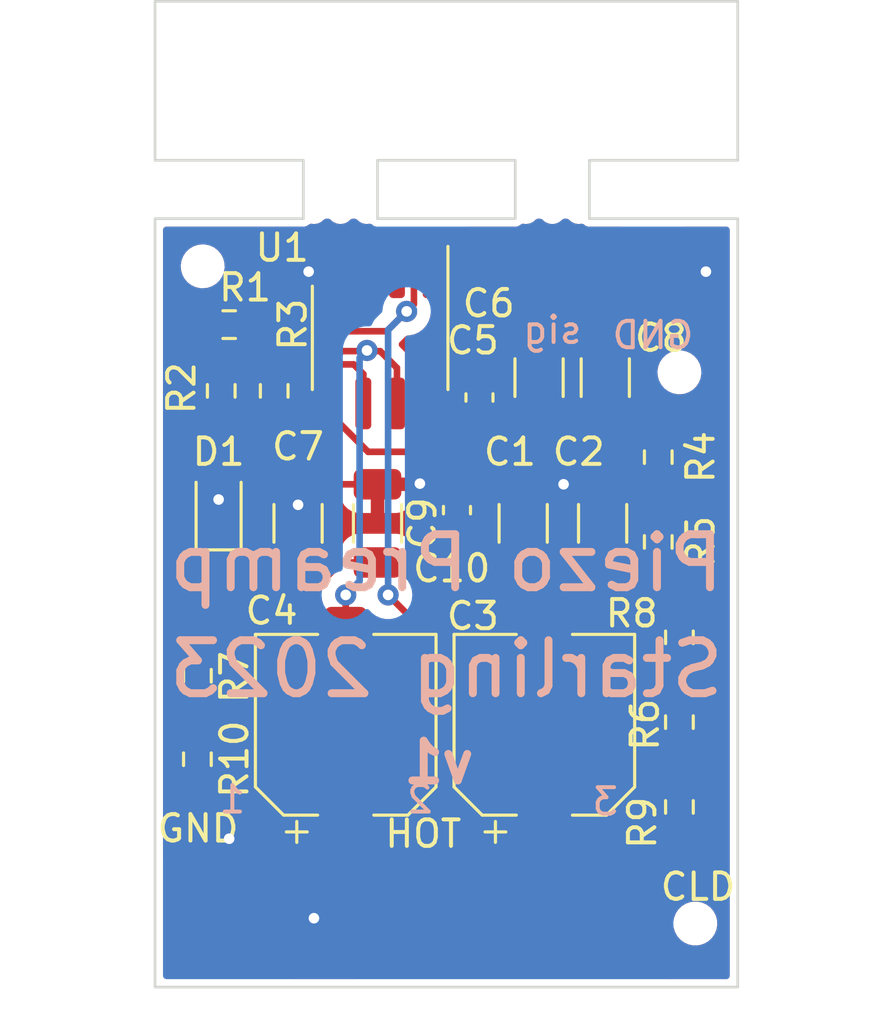
<source format=kicad_pcb>
(kicad_pcb (version 20221018) (generator pcbnew)
  (layers (0 "F.Cu" signal) (31 "B.Cu" signal) (34 "B.Paste" user) (35 "F.Paste" user) (36 "B.SilkS" user "B.Silkscreen") (37 "F.SilkS" user "F.Silkscreen") (38 "B.Mask" user) (39 "F.Mask" user) (44 "Edge.Cuts" user))
  (net 0 "")
  (net 1 "XLR1")
  (net 2 "Net-(C3-Pad1)")
  (net 3 "Net-(C3-Pad2)")
  (net 4 "Net-(C4-Pad1)")
  (net 5 "Net-(C4-Pad2)")
  (net 6 "VCC_1")
  (net 7 "SIG")
  (net 8 "Net-(R2-Pad2)")
  (net 9 "XLR2")
  (net 10 "GND")
  (net 11 "Net-(C1-Pad1)")
  (net 12 "VCC2")
  (footprint "Capacitor_SMD:CP_Elec_6.3x3.9" (layer "F.Cu") (at 126.2 119.1 90)
    (fp_text reference "C4" (at 4.3 -2.8 180) (layer "F.SilkS"))
    (fp_text value "22uF")
    (fp_line (start -4.4375 -1.8475) (end -3.65 -1.8475) (stroke (width 0.12)) (layer "F.SilkS"))
    (fp_line (start -4.04375 -2.24125) (end -4.04375 -1.45375) (stroke (width 0.12)) (layer "F.SilkS"))
    (fp_line (start -3.41 -2.345563) (end -3.41 -1.06) (stroke (width 0.12)) (layer "F.SilkS"))
    (fp_line (start -3.41 -2.345563) (end -2.345563 -3.41) (stroke (width 0.12)) (layer "F.SilkS"))
    (fp_line (start -3.41 2.345563) (end -3.41 1.06) (stroke (width 0.12)) (layer "F.SilkS"))
    (fp_line (start -3.41 2.345563) (end -2.345563 3.41) (stroke (width 0.12)) (layer "F.SilkS"))
    (fp_line (start -2.345563 -3.41) (end 3.41 -3.41) (stroke (width 0.12)) (layer "F.SilkS"))
    (fp_line (start -2.345563 3.41) (end 3.41 3.41) (stroke (width 0.12)) (layer "F.SilkS"))
    (fp_line (start 3.41 -3.41) (end 3.41 -1.06) (stroke (width 0.12)) (layer "F.SilkS"))
    (fp_line (start 3.41 3.41) (end 3.41 1.06) (stroke (width 0.12)) (layer "F.SilkS"))
    (pad "1" smd roundrect (at -2.7 0 90) (size 3.5 1.6) (layers "F.Cu" "F.Paste" "F.Mask") (roundrect_rratio 0.15625) (net 4 "Net-(C4-Pad1)"))
    (pad "2" smd roundrect (at 2.7 0 90) (size 3.5 1.6) (layers "F.Cu" "F.Paste" "F.Mask") (roundrect_rratio 0.15625) (net 5 "Net-(C4-Pad2)"))
  )
  (footprint "Connector_Wire:SolderWire-1.5sqmm_1x01_D1.7mm_OD3.9mm" (layer "F.Cu") (at 121.8 126.4)
    (fp_text reference "J3" hide)
    (fp_text value "Conn_01x01_Female")
    (pad "1" smd roundrect (at 0 0) (size 3.9 3.9) (layers "F.Cu" "F.Paste" "F.Mask") (roundrect_rratio 0.064103) (net 10 "GND"))
  )
  (footprint "tooling_hole:JLC_tooling" (layer "F.Cu") (at 120.8 101.8)
    (fp_text reference "REF**" hide)
    (fp_text value "JLC_tooling")
    (pad "" np_thru_hole circle (at 0 0) (size 1.152 1.152) (drill 1.152) (layers "F&B.Cu" "*.Mask"))
  )
  (footprint "Diode_SMD:D_SOD-323F" (layer "F.Cu") (at 121.40048 111 90)
    (fp_text reference "D1" (at 2.2 -0.00048 180) (layer "F.SilkS"))
    (fp_text value "12V")
    (fp_line (start -1.5 -0.85) (end -1.5 0.85) (stroke (width 0.12)) (layer "F.SilkS"))
    (fp_line (start -1.5 -0.85) (end 1.05 -0.85) (stroke (width 0.12)) (layer "F.SilkS"))
    (fp_line (start -1.5 0.85) (end 1.05 0.85) (stroke (width 0.12)) (layer "F.SilkS"))
    (pad "1" smd rect (at -1.1 0 90) (size 0.5 0.5) (layers "F.Cu" "F.Paste" "F.Mask") (net 6 "VCC_1"))
    (pad "2" smd rect (at 1.1 0 90) (size 0.5 0.5) (layers "F.Cu" "F.Paste" "F.Mask") (net 10 "GND"))
  )
  (footprint "Resistor_SMD:R_0603_1608Metric" (layer "F.Cu") (at 138.8 115.8 90)
    (fp_text reference "R8" (at 0.9 -1.8) (layer "F.SilkS"))
    (fp_text value "200")
    (fp_line (start -0.237258 -0.5225) (end 0.237258 -0.5225) (stroke (width 0.12)) (layer "F.SilkS"))
    (fp_line (start -0.237258 0.5225) (end 0.237258 0.5225) (stroke (width 0.12)) (layer "F.SilkS"))
    (pad "1" smd roundrect (at -0.825 0 90) (size 0.8 0.95) (layers "F.Cu" "F.Paste" "F.Mask") (net 6 "VCC_1"))
    (pad "2" smd roundrect (at 0.825 0 90) (size 0.8 0.95) (layers "F.Cu" "F.Paste" "F.Mask") (net 12 "VCC2"))
  )
  (footprint "Capacitor_SMD:C_1206_3216Metric" (layer "F.Cu") (at 124.40048 111.5 90)
    (fp_text reference "C7" (at 2.9 -0.00048 180) (layer "F.SilkS"))
    (fp_text value "10uF")
    (fp_line (start -0.711252 -0.91) (end 0.711252 -0.91) (stroke (width 0.12)) (layer "F.SilkS"))
    (fp_line (start -0.711252 0.91) (end 0.711252 0.91) (stroke (width 0.12)) (layer "F.SilkS"))
    (pad "1" smd roundrect (at -1.475 0 90) (size 1.15 1.8) (layers "F.Cu" "F.Paste" "F.Mask") (roundrect_rratio 0.217391) (net 6 "VCC_1"))
    (pad "2" smd roundrect (at 1.475 0 90) (size 1.15 1.8) (layers "F.Cu" "F.Paste" "F.Mask") (roundrect_rratio 0.217391) (net 10 "GND"))
  )
  (footprint "Connector_Wire:SolderWire-0.5sqmm_1x01_D0.9mm_OD2.1mm" (layer "F.Cu") (at 137.8 102)
    (fp_text reference "J6" hide)
    (fp_text value "Conn_01x01_Female")
    (pad "1" smd roundrect (at 0 0) (size 2.1 2.1) (layers "F.Cu" "F.Paste" "F.Mask") (roundrect_rratio 0.119048) (net 10 "GND"))
  )
  (footprint "Resistor_SMD:R_0603_1608Metric" (layer "F.Cu") (at 120.6 120.4 -90)
    (fp_text reference "R10" (at 0 -1.4 -90) (layer "F.SilkS"))
    (fp_text value "47")
    (fp_line (start -0.237258 -0.5225) (end 0.237258 -0.5225) (stroke (width 0.12)) (layer "F.SilkS"))
    (fp_line (start -0.237258 0.5225) (end 0.237258 0.5225) (stroke (width 0.12)) (layer "F.SilkS"))
    (pad "1" smd roundrect (at -0.825 0 270) (size 0.8 0.95) (layers "F.Cu" "F.Paste" "F.Mask") (net 4 "Net-(C4-Pad1)"))
    (pad "2" smd roundrect (at 0.825 0 270) (size 0.8 0.95) (layers "F.Cu" "F.Paste" "F.Mask") (net 9 "XLR2"))
  )
  (footprint "MountingHole:MountingHole_2.1mm" (layer "F.Cu") (at 138.69986 94.4)
    (fp_text reference "REF**" hide)
    (fp_text value "MountingHole_2.1mm")
    (pad "" np_thru_hole circle (at 0 0) (size 2.1 2.1) (drill 2.1) (layers "F&B.Cu" "*.Mask"))
  )
  (footprint "Resistor_SMD:R_0603_1608Metric" (layer "F.Cu") (at 138.8 122.2 -90)
    (fp_text reference "R9" (at 0.6 1.4 90) (layer "F.SilkS"))
    (fp_text value "47")
    (fp_line (start -0.237258 -0.5225) (end 0.237258 -0.5225) (stroke (width 0.12)) (layer "F.SilkS"))
    (fp_line (start -0.237258 0.5225) (end 0.237258 0.5225) (stroke (width 0.12)) (layer "F.SilkS"))
    (pad "1" smd roundrect (at -0.825 0 270) (size 0.8 0.95) (layers "F.Cu" "F.Paste" "F.Mask") (net 2 "Net-(C3-Pad1)"))
    (pad "2" smd roundrect (at 0.825 0 270) (size 0.8 0.95) (layers "F.Cu" "F.Paste" "F.Mask") (net 1 "XLR1"))
  )
  (footprint "Capacitor_SMD:C_0603_1608Metric" (layer "F.Cu") (at 131.25 106.75 90)
    (fp_text reference "C5" (at 2.15 -0.25 180) (layer "F.SilkS"))
    (fp_text value "0.1uF")
    (fp_line (start -0.14058 -0.51) (end 0.14058 -0.51) (stroke (width 0.12)) (layer "F.SilkS"))
    (fp_line (start -0.14058 0.51) (end 0.14058 0.51) (stroke (width 0.12)) (layer "F.SilkS"))
    (pad "1" smd roundrect (at -0.775 0 90) (size 0.9 0.95) (layers "F.Cu" "F.Paste" "F.Mask") (net 12 "VCC2"))
    (pad "2" smd roundrect (at 0.775 0 90) (size 0.9 0.95) (layers "F.Cu" "F.Paste" "F.Mask") (net 10 "GND"))
  )
  (footprint "Resistor_SMD:R_0603_1608Metric" (layer "F.Cu") (at 138.8 119 -90)
    (fp_text reference "R6" (at 0.1 1.3 90) (layer "F.SilkS"))
    (fp_text value "2.2k")
    (fp_line (start -0.237258 -0.5225) (end 0.237258 -0.5225) (stroke (width 0.12)) (layer "F.SilkS"))
    (fp_line (start -0.237258 0.5225) (end 0.237258 0.5225) (stroke (width 0.12)) (layer "F.SilkS"))
    (pad "1" smd roundrect (at -0.825 0 270) (size 0.8 0.95) (layers "F.Cu" "F.Paste" "F.Mask") (net 6 "VCC_1"))
    (pad "2" smd roundrect (at 0.825 0 270) (size 0.8 0.95) (layers "F.Cu" "F.Paste" "F.Mask") (net 2 "Net-(C3-Pad1)"))
  )
  (footprint "Resistor_SMD:R_0603_1608Metric" (layer "F.Cu") (at 123.5 106.5 90)
    (fp_text reference "R3" (at 2.5 0.7 270) (layer "F.SilkS"))
    (fp_text value "2.2k")
    (fp_line (start -0.237258 -0.5225) (end 0.237258 -0.5225) (stroke (width 0.12)) (layer "F.SilkS"))
    (fp_line (start -0.237258 0.5225) (end 0.237258 0.5225) (stroke (width 0.12)) (layer "F.SilkS"))
    (pad "1" smd roundrect (at -0.825 0 90) (size 0.8 0.95) (layers "F.Cu" "F.Paste" "F.Mask") (net 8 "Net-(R2-Pad2)"))
    (pad "2" smd roundrect (at 0.825 0 90) (size 0.8 0.95) (layers "F.Cu" "F.Paste" "F.Mask") (net 5 "Net-(C4-Pad2)"))
  )
  (footprint "Connector_Wire:SolderWire-1.5sqmm_1x01_D1.7mm_OD3.9mm" (layer "F.Cu") (at 135.9 126.4)
    (fp_text reference "J1" hide)
    (fp_text value "Conn_01x01_Female")
    (pad "1" smd roundrect (at 0 0) (size 3.9 3.9) (layers "F.Cu" "F.Paste" "F.Mask") (roundrect_rratio 0.064103) (net 1 "XLR1"))
  )
  (footprint "Connector_Wire:SolderWire-0.5sqmm_1x01_D0.9mm_OD2.1mm" (layer "F.Cu") (at 134 102)
    (fp_text reference "J7" hide)
    (fp_text value "Conn_01x01_Female")
    (pad "1" smd roundrect (at 0 0) (size 2.1 2.1) (layers "F.Cu" "F.Paste" "F.Mask") (roundrect_rratio 0.119048) (net 7 "SIG"))
  )
  (footprint "Capacitor_SMD:C_0603_1608Metric" (layer "F.Cu") (at 130.40048 111 90)
    (fp_text reference "C10" (at -2.2 -0.20048 180) (layer "F.SilkS"))
    (fp_text value "0.1uF")
    (fp_line (start -0.14058 -0.51) (end 0.14058 -0.51) (stroke (width 0.12)) (layer "F.SilkS"))
    (fp_line (start -0.14058 0.51) (end 0.14058 0.51) (stroke (width 0.12)) (layer "F.SilkS"))
    (pad "1" smd roundrect (at -0.775 0 90) (size 0.9 0.95) (layers "F.Cu" "F.Paste" "F.Mask") (net 6 "VCC_1"))
    (pad "2" smd roundrect (at 0.775 0 90) (size 0.9 0.95) (layers "F.Cu" "F.Paste" "F.Mask") (net 10 "GND"))
  )
  (footprint "pkl_mechanical:OSHTab-2mm" (layer "F.Cu") (at 126 98.8)
    (fp_text reference "REF**" hide)
    (fp_text value "OSHTab-2mm")
    (pad "" np_thru_hole circle (at -1 -0.9) (size 0.5 0.5) (drill 0.5) (layers "*.Cu"))
    (pad "" np_thru_hole circle (at -1 0.9) (size 0.5 0.5) (drill 0.5) (layers "*.Cu"))
    (pad "" np_thru_hole circle (at 0 -0.9) (size 0.5 0.5) (drill 0.5) (layers "*.Cu"))
    (pad "" np_thru_hole circle (at 0 0.9) (size 0.5 0.5) (drill 0.5) (layers "*.Cu"))
    (pad "" np_thru_hole circle (at 1 -0.9) (size 0.5 0.5) (drill 0.5) (layers "*.Cu"))
    (pad "" np_thru_hole circle (at 1 0.9) (size 0.5 0.5) (drill 0.5) (layers "*.Cu"))
  )
  (footprint "tooling_hole:JLC_tooling" (layer "F.Cu") (at 139.4 126.6)
    (fp_text reference "REF**" hide)
    (fp_text value "JLC_tooling")
    (pad "" np_thru_hole circle (at 0 0) (size 1.152 1.152) (drill 1.152) (layers "F&B.Cu" "*.Mask"))
  )
  (footprint "Resistor_SMD:R_0603_1608Metric" (layer "F.Cu") (at 138.00048 109 -90)
    (fp_text reference "R4" (at 0 -1.59952 -90) (layer "F.SilkS"))
    (fp_text value "47K")
    (fp_line (start -0.237258 -0.5225) (end 0.237258 -0.5225) (stroke (width 0.12)) (layer "F.SilkS"))
    (fp_line (start -0.237258 0.5225) (end 0.237258 0.5225) (stroke (width 0.12)) (layer "F.SilkS"))
    (pad "1" smd roundrect (at -0.825 0 270) (size 0.8 0.95) (layers "F.Cu" "F.Paste" "F.Mask") (net 12 "VCC2"))
    (pad "2" smd roundrect (at 0.825 0 270) (size 0.8 0.95) (layers "F.Cu" "F.Paste" "F.Mask") (net 11 "Net-(C1-Pad1)"))
  )
  (footprint "Capacitor_SMD:CP_Elec_6.3x3.9" (layer "F.Cu") (at 133.7 119.1 90)
    (fp_text reference "C3" (at 4.1 -2.7 180) (layer "F.SilkS"))
    (fp_text value "22uF")
    (fp_line (start -4.4375 -1.8475) (end -3.65 -1.8475) (stroke (width 0.12)) (layer "F.SilkS"))
    (fp_line (start -4.04375 -2.24125) (end -4.04375 -1.45375) (stroke (width 0.12)) (layer "F.SilkS"))
    (fp_line (start -3.41 -2.345563) (end -3.41 -1.06) (stroke (width 0.12)) (layer "F.SilkS"))
    (fp_line (start -3.41 -2.345563) (end -2.345563 -3.41) (stroke (width 0.12)) (layer "F.SilkS"))
    (fp_line (start -3.41 2.345563) (end -3.41 1.06) (stroke (width 0.12)) (layer "F.SilkS"))
    (fp_line (start -3.41 2.345563) (end -2.345563 3.41) (stroke (width 0.12)) (layer "F.SilkS"))
    (fp_line (start -2.345563 -3.41) (end 3.41 -3.41) (stroke (width 0.12)) (layer "F.SilkS"))
    (fp_line (start -2.345563 3.41) (end 3.41 3.41) (stroke (width 0.12)) (layer "F.SilkS"))
    (fp_line (start 3.41 -3.41) (end 3.41 -1.06) (stroke (width 0.12)) (layer "F.SilkS"))
    (fp_line (start 3.41 3.41) (end 3.41 1.06) (stroke (width 0.12)) (layer "F.SilkS"))
    (pad "1" smd roundrect (at -2.7 0 90) (size 3.5 1.6) (layers "F.Cu" "F.Paste" "F.Mask") (roundrect_rratio 0.15625) (net 2 "Net-(C3-Pad1)"))
    (pad "2" smd roundrect (at 2.7 0 90) (size 3.5 1.6) (layers "F.Cu" "F.Paste" "F.Mask") (roundrect_rratio 0.15625) (net 3 "Net-(C3-Pad2)"))
  )
  (footprint "tooling_hole:JLC_tooling" (layer "F.Cu") (at 138.8 105.8)
    (fp_text reference "REF**" hide)
    (fp_text value "JLC_tooling")
    (pad "" np_thru_hole circle (at 0 0) (size 1.152 1.152) (drill 1.152) (layers "F&B.Cu" "*.Mask"))
  )
  (footprint "Capacitor_SMD:C_1206_3216Metric" (layer "F.Cu") (at 135.90048 111.5 90)
    (fp_text reference "C2" (at 2.7 -0.90048 180) (layer "F.SilkS"))
    (fp_text value "10uF")
    (fp_line (start -0.711252 -0.91) (end 0.711252 -0.91) (stroke (width 0.12)) (layer "F.SilkS"))
    (fp_line (start -0.711252 0.91) (end 0.711252 0.91) (stroke (width 0.12)) (layer "F.SilkS"))
    (pad "1" smd roundrect (at -1.475 0 90) (size 1.15 1.8) (layers "F.Cu" "F.Paste" "F.Mask") (roundrect_rratio 0.217391) (net 11 "Net-(C1-Pad1)"))
    (pad "2" smd roundrect (at 1.475 0 90) (size 1.15 1.8) (layers "F.Cu" "F.Paste" "F.Mask") (roundrect_rratio 0.217391) (net 10 "GND"))
  )
  (footprint "Connector_Wire:SolderWire-1.5sqmm_1x01_D1.7mm_OD3.9mm" (layer "F.Cu") (at 129 126.4)
    (fp_text reference "J2" hide)
    (fp_text value "Conn_01x01_Female")
    (pad "1" smd roundrect (at 0 0) (size 3.9 3.9) (layers "F.Cu" "F.Paste" "F.Mask") (roundrect_rratio 0.064103) (net 9 "XLR2"))
  )
  (footprint "Capacitor_SMD:C_1206_3216Metric" (layer "F.Cu") (at 127.40048 111.5 90)
    (fp_text reference "C9" (at 0 1.69952 270) (layer "F.SilkS"))
    (fp_text value "10uF")
    (fp_line (start -0.711252 -0.91) (end 0.711252 -0.91) (stroke (width 0.12)) (layer "F.SilkS"))
    (fp_line (start -0.711252 0.91) (end 0.711252 0.91) (stroke (width 0.12)) (layer "F.SilkS"))
    (pad "1" smd roundrect (at -1.475 0 90) (size 1.15 1.8) (layers "F.Cu" "F.Paste" "F.Mask") (roundrect_rratio 0.217391) (net 6 "VCC_1"))
    (pad "2" smd roundrect (at 1.475 0 90) (size 1.15 1.8) (layers "F.Cu" "F.Paste" "F.Mask") (roundrect_rratio 0.217391) (net 10 "GND"))
  )
  (footprint "Capacitor_SMD:C_1206_3216Metric" (layer "F.Cu") (at 136 106 90)
    (fp_text reference "C8" (at 1.5 2.1 180) (layer "F.SilkS"))
    (fp_text value "10uF")
    (fp_line (start -0.711252 -0.91) (end 0.711252 -0.91) (stroke (width 0.12)) (layer "F.SilkS"))
    (fp_line (start -0.711252 0.91) (end 0.711252 0.91) (stroke (width 0.12)) (layer "F.SilkS"))
    (pad "1" smd roundrect (at -1.475 0 90) (size 1.15 1.8) (layers "F.Cu" "F.Paste" "F.Mask") (roundrect_rratio 0.217391) (net 12 "VCC2"))
    (pad "2" smd roundrect (at 1.475 0 90) (size 1.15 1.8) (layers "F.Cu" "F.Paste" "F.Mask") (roundrect_rratio 0.217391) (net 10 "GND"))
  )
  (footprint "Resistor_SMD:R_0603_1608Metric" (layer "F.Cu") (at 120.6 117.25 -90)
    (fp_text reference "R7" (at 0.05 -1.4 90) (layer "F.SilkS"))
    (fp_text value "2.2k")
    (fp_line (start -0.237258 -0.5225) (end 0.237258 -0.5225) (stroke (width 0.12)) (layer "F.SilkS"))
    (fp_line (start -0.237258 0.5225) (end 0.237258 0.5225) (stroke (width 0.12)) (layer "F.SilkS"))
    (pad "1" smd roundrect (at -0.825 0 270) (size 0.8 0.95) (layers "F.Cu" "F.Paste" "F.Mask") (net 6 "VCC_1"))
    (pad "2" smd roundrect (at 0.825 0 270) (size 0.8 0.95) (layers "F.Cu" "F.Paste" "F.Mask") (net 4 "Net-(C4-Pad1)"))
  )
  (footprint "Resistor_SMD:R_0603_1608Metric" (layer "F.Cu") (at 138.00048 112.2 90)
    (fp_text reference "R5" (at 0 1.59952 270) (layer "F.SilkS"))
    (fp_text value "47k")
    (fp_line (start -0.237258 -0.5225) (end 0.237258 -0.5225) (stroke (width 0.12)) (layer "F.SilkS"))
    (fp_line (start -0.237258 0.5225) (end 0.237258 0.5225) (stroke (width 0.12)) (layer "F.SilkS"))
    (pad "1" smd roundrect (at -0.825 0 90) (size 0.8 0.95) (layers "F.Cu" "F.Paste" "F.Mask") (net 11 "Net-(C1-Pad1)"))
    (pad "2" smd roundrect (at 0.825 0 90) (size 0.8 0.95) (layers "F.Cu" "F.Paste" "F.Mask") (net 10 "GND"))
  )
  (footprint "MountingHole:MountingHole_2.1mm" (layer "F.Cu") (at 121.2 94.4)
    (fp_text reference "REF**" hide)
    (fp_text value "MountingHole_2.1mm")
    (pad "" np_thru_hole circle (at 0 0) (size 2.1 2.1) (drill 2.1) (layers "*.Cu" "*.Mask"))
  )
  (footprint "Resistor_SMD:R_0603_1608Metric" (layer "F.Cu") (at 121.5 106.5 -90)
    (fp_text reference "R2" (at -0.1 1.5 -90) (layer "F.SilkS"))
    (fp_text value "2.2k")
    (fp_line (start -0.237258 -0.5225) (end 0.237258 -0.5225) (stroke (width 0.12)) (layer "F.SilkS"))
    (fp_line (start -0.237258 0.5225) (end 0.237258 0.5225) (stroke (width 0.12)) (layer "F.SilkS"))
    (pad "1" smd roundrect (at -0.825 0 270) (size 0.8 0.95) (layers "F.Cu" "F.Paste" "F.Mask") (net 3 "Net-(C3-Pad2)"))
    (pad "2" smd roundrect (at 0.825 0 270) (size 0.8 0.95) (layers "F.Cu" "F.Paste" "F.Mask") (net 8 "Net-(R2-Pad2)"))
  )
  (footprint "Capacitor_SMD:C_1206_3216Metric" (layer "F.Cu") (at 133.5 106 90)
    (fp_text reference "C6" (at 2.8 -1.9 180) (layer "F.SilkS"))
    (fp_text value "10uF")
    (fp_line (start -0.711252 -0.91) (end 0.711252 -0.91) (stroke (width 0.12)) (layer "F.SilkS"))
    (fp_line (start -0.711252 0.91) (end 0.711252 0.91) (stroke (width 0.12)) (layer "F.SilkS"))
    (pad "1" smd roundrect (at -1.475 0 90) (size 1.15 1.8) (layers "F.Cu" "F.Paste" "F.Mask") (roundrect_rratio 0.217391) (net 12 "VCC2"))
    (pad "2" smd roundrect (at 1.475 0 90) (size 1.15 1.8) (layers "F.Cu" "F.Paste" "F.Mask") (roundrect_rratio 0.217391) (net 10 "GND"))
  )
  (footprint "pkl_mechanical:OSHTab-2mm" (layer "F.Cu") (at 134 98.8)
    (fp_text reference "REF**" hide)
    (fp_text value "OSHTab-2mm")
    (pad "" np_thru_hole circle (at -1 -0.9) (size 0.5 0.5) (drill 0.5) (layers "F&B.Cu"))
    (pad "" np_thru_hole circle (at -1 0.9) (size 0.5 0.5) (drill 0.5) (layers "F&B.Cu"))
    (pad "" np_thru_hole circle (at 0 -0.9) (size 0.5 0.5) (drill 0.5) (layers "F&B.Cu"))
    (pad "" np_thru_hole circle (at 0 0.9) (size 0.5 0.5) (drill 0.5) (layers "F&B.Cu"))
    (pad "" np_thru_hole circle (at 1 -0.9) (size 0.5 0.5) (drill 0.5) (layers "F&B.Cu"))
    (pad "" np_thru_hole circle (at 1 0.9) (size 0.5 0.5) (drill 0.5) (layers "F&B.Cu"))
  )
  (footprint "Capacitor_SMD:C_1206_3216Metric" (layer "F.Cu") (at 132.90048 111.5 90)
    (fp_text reference "C1" (at 2.7 -0.50048 180) (layer "F.SilkS"))
    (fp_text value "10uF")
    (fp_line (start -0.711252 -0.91) (end 0.711252 -0.91) (stroke (width 0.12)) (layer "F.SilkS"))
    (fp_line (start -0.711252 0.91) (end 0.711252 0.91) (stroke (width 0.12)) (layer "F.SilkS"))
    (pad "1" smd roundrect (at -1.475 0 90) (size 1.15 1.8) (layers "F.Cu" "F.Paste" "F.Mask") (roundrect_rratio 0.217391) (net 11 "Net-(C1-Pad1)"))
    (pad "2" smd roundrect (at 1.475 0 90) (size 1.15 1.8) (layers "F.Cu" "F.Paste" "F.Mask") (roundrect_rratio 0.217391) (net 10 "GND"))
  )
  (footprint "Package_SO:SOIC-8_3.9x4.9mm_P1.27mm" (layer "F.Cu") (at 127.5 104.5 -90)
    (fp_text reference "U1" (at -3.4 3.7) (layer "F.SilkS"))
    (fp_text value "OPA1642")
    (fp_line (start 0 -2.56) (end -3.45 -2.56) (stroke (width 0.12)) (layer "F.SilkS"))
    (fp_line (start 0 -2.56) (end 1.95 -2.56) (stroke (width 0.12)) (layer "F.SilkS"))
    (fp_line (start 0 2.56) (end -1.95 2.56) (stroke (width 0.12)) (layer "F.SilkS"))
    (fp_line (start 0 2.56) (end 1.95 2.56) (stroke (width 0.12)) (layer "F.SilkS"))
    (pad "1" smd roundrect (at -2.475 -1.905 270) (size 1.95 0.6) (layers "F.Cu" "F.Paste" "F.Mask") (net 3 "Net-(C3-Pad2)"))
    (pad "2" smd roundrect (at -2.475 -0.635 270) (size 1.95 0.6) (layers "F.Cu" "F.Paste" "F.Mask") (net 3 "Net-(C3-Pad2)"))
    (pad "3" smd roundrect (at -2.475 0.635 270) (size 1.95 0.6) (layers "F.Cu" "F.Paste" "F.Mask") (net 7 "SIG"))
    (pad "4" smd roundrect (at -2.475 1.905 270) (size 1.95 0.6) (layers "F.Cu" "F.Paste" "F.Mask") (net 10 "GND"))
    (pad "5" smd roundrect (at 2.475 1.905 270) (size 1.95 0.6) (layers "F.Cu" "F.Paste" "F.Mask") (net 11 "Net-(C1-Pad1)"))
    (pad "6" smd roundrect (at 2.475 0.635 270) (size 1.95 0.6) (layers "F.Cu" "F.Paste" "F.Mask") (net 8 "Net-(R2-Pad2)"))
    (pad "7" smd roundrect (at 2.475 -0.635 270) (size 1.95 0.6) (layers "F.Cu" "F.Paste" "F.Mask") (net 5 "Net-(C4-Pad2)"))
    (pad "8" smd roundrect (at 2.475 -1.905 270) (size 1.95 0.6) (layers "F.Cu" "F.Paste" "F.Mask") (net 12 "VCC2"))
  )
  (footprint "Resistor_SMD:R_0603_1608Metric" (layer "F.Cu") (at 121.8 104)
    (fp_text reference "R1" (at 0.6 -1.4) (layer "F.SilkS"))
    (fp_text value "1M")
    (fp_line (start -0.237258 -0.5225) (end 0.237258 -0.5225) (stroke (width 0.12)) (layer "F.SilkS"))
    (fp_line (start -0.237258 0.5225) (end 0.237258 0.5225) (stroke (width 0.12)) (layer "F.SilkS"))
    (pad "1" smd roundrect (at -0.825 0) (size 0.8 0.95) (layers "F.Cu" "F.Paste" "F.Mask") (net 11 "Net-(C1-Pad1)"))
    (pad "2" smd roundrect (at 0.825 0) (size 0.8 0.95) (layers "F.Cu" "F.Paste" "F.Mask") (net 7 "SIG"))
  )
  (gr_line (start 119 91.8) (end 141 91.8) (stroke (width 0.1)) (layer "Edge.Cuts"))
  (gr_line (start 141 129) (end 119 129) (stroke (width 0.1)) (layer "Edge.Cuts"))
  (gr_line (start 141 100) (end 135.4 100) (stroke (width 0.1)) (layer "Edge.Cuts"))
  (gr_line (start 132.6 100) (end 132.6 97.8) (stroke (width 0.1)) (layer "Edge.Cuts"))
  (gr_line (start 132.6 97.8) (end 127.4 97.8) (stroke (width 0.1)) (layer "Edge.Cuts"))
  (gr_line (start 141 100) (end 141 129) (stroke (width 0.1)) (layer "Edge.Cuts"))
  (gr_line (start 135.4 100) (end 135.4 97.8) (stroke (width 0.1)) (layer "Edge.Cuts"))
  (gr_line (start 124.6 97.8) (end 119 97.8) (stroke (width 0.1)) (layer "Edge.Cuts"))
  (gr_line (start 127.4 100) (end 132.6 100) (stroke (width 0.1)) (layer "Edge.Cuts"))
  (gr_line (start 124.6 100) (end 124.6 97.8) (stroke (width 0.1)) (layer "Edge.Cuts"))
  (gr_line (start 119 129) (end 119 100) (stroke (width 0.1)) (layer "Edge.Cuts"))
  (gr_line (start 135.4 97.8) (end 141 97.8) (stroke (width 0.1)) (layer "Edge.Cuts"))
  (gr_line (start 119 97.8) (end 119 91.8) (stroke (width 0.1)) (layer "Edge.Cuts"))
  (gr_line (start 141 97.8) (end 141 91.8) (stroke (width 0.1)) (layer "Edge.Cuts"))
  (gr_line (start 127.4 97.8) (end 127.4 100) (stroke (width 0.1)) (layer "Edge.Cuts"))
  (gr_line (start 119 100) (end 124.6 100) (stroke (width 0.1)) (layer "Edge.Cuts"))
  (gr_text "2" (at 129 121.92) (layer "B.SilkS") (effects (font (size 1 1)) (justify mirror)))
  (gr_text "Piezo Preamp" (at 130 113) (layer "B.SilkS") (effects (font (size 2 2) (thickness 0.3)) (justify mirror)))
  (gr_text "sig" (at 134 104.2) (layer "B.SilkS") (effects (font (size 1 1)) (justify mirror)))
  (gr_text "1" (at 121.92 121.92) (layer "B.SilkS") (effects (font (size 1 1)) (justify mirror)))
  (gr_text "v1" (at 131.2 121.4) (layer "B.SilkS") (effects (font (size 1.5 1.5) (thickness 0.3) bold) (justify left bottom mirror)))
  (gr_text "GND" (at 137.8 104.4) (layer "B.SilkS") (effects (font (size 1 1)) (justify mirror)))
  (gr_text "Starling 2023" (at 130 117) (layer "B.SilkS") (effects (font (size 2 2) (thickness 0.3)) (justify mirror)))
  (gr_text "3" (at 136 122) (layer "B.SilkS") (effects (font (size 1 1)) (justify mirror)))
  (gr_text "GND" (at 119 123.6) (layer "F.SilkS") (effects (font (size 1 1)) (justify left bottom)))
  (gr_text "HOT" (at 127.6 123.8) (layer "F.SilkS") (effects (font (size 1 1)) (justify left bottom)))
  (gr_text "CLD" (at 138 125.8) (layer "F.SilkS") (effects (font (size 1 1)) (justify left bottom)))
  (segment (start 138.8 123.025) (end 138.8 123.5) (width 0.25) (layer "F.Cu") (net 1))
  (segment (start 138.8 123.5) (end 135.9 126.4) (width 0.25) (layer "F.Cu") (net 1))
  (segment (start 138.8 121.375) (end 138.8 119.825) (width 0.25) (layer "F.Cu") (net 2))
  (segment (start 138.8 121.375) (end 134.125 121.375) (width 0.25) (layer "F.Cu") (net 2))
  (segment (start 134.125 121.375) (end 133.7 121.8) (width 0.25) (layer "F.Cu") (net 2))
  (segment (start 121.5 105.675) (end 122.283217 105.675) (width 0.25) (layer "F.Cu") (net 3))
  (segment (start 123.708217 104.25) (end 127.75 104.25) (width 0.25) (layer "F.Cu") (net 3))
  (segment (start 127.75 104.25) (end 128.5 103.5) (width 0.25) (layer "F.Cu") (net 3))
  (segment (start 129.405 102.025) (end 128.775 102.025) (width 0.25) (layer "F.Cu") (net 3))
  (segment (start 128.775 102.025) (end 128.135 102.025) (width 0.25) (layer "F.Cu") (net 3))
  (segment (start 128.775 103.225) (end 128.775 102.025) (width 0.25) (layer "F.Cu") (net 3))
  (segment (start 122.283217 105.675) (end 123.708217 104.25) (width 0.25) (layer "F.Cu") (net 3))
  (segment (start 128.5 103.5) (end 128.775 103.225) (width 0.25) (layer "F.Cu") (net 3))
  (segment (start 133.7 116.4) (end 130 116.4) (width 0.25) (layer "F.Cu") (net 3))
  (segment (start 130 116.4) (end 127.8 114.2) (width 0.25) (layer "F.Cu") (net 3))
  (via (at 128.5 103.5) (size 0.8) (drill 0.4) (layers "F.Cu" "B.Cu") (net 3))
  (via (at 127.8 114.2) (size 0.8) (drill 0.4) (layers "F.Cu" "B.Cu") (net 3))
  (segment (start 127.8 114.2) (end 127.8 104.2) (width 0.25) (layer "B.Cu") (net 3))
  (segment (start 127.8 104.2) (end 128.5 103.5) (width 0.25) (layer "B.Cu") (net 3))
  (segment (start 120.6 119.575) (end 123.575 119.575) (width 0.25) (layer "F.Cu") (net 4))
  (segment (start 126.2 121.8) (end 123.975 119.575) (width 0.25) (layer "F.Cu") (net 4))
  (segment (start 123.975 119.575) (end 123.575 119.575) (width 0.25) (layer "F.Cu") (net 4))
  (segment (start 120.5 118.075) (end 120.5 119.475) (width 0.25) (layer "F.Cu") (net 4))
  (segment (start 120.5 118.075) (end 120.6 118.075) (width 0.25) (layer "F.Cu") (net 4))
  (segment (start 128.135 105.635) (end 128.135 106.975) (width 0.25) (layer "F.Cu") (net 5))
  (segment (start 124.25 105) (end 127.5 105) (width 0.25) (layer "F.Cu") (net 5))
  (segment (start 123.5 105.675) (end 123.575 105.675) (width 0.25) (layer "F.Cu") (net 5))
  (segment (start 123.575 105.675) (end 124.25 105) (width 0.25) (layer "F.Cu") (net 5))
  (segment (start 127.5 105) (end 128.135 105.635) (width 0.25) (layer "F.Cu") (net 5))
  (segment (start 126.2 116.4) (end 126.2 114.2) (width 0.25) (layer "F.Cu") (net 5))
  (via (at 127.00191 104.9745) (size 0.8) (drill 0.4) (layers "F.Cu" "B.Cu") (net 5))
  (via (at 126.2 114.2) (size 0.8) (drill 0.4) (layers "F.Cu" "B.Cu") (net 5))
  (segment (start 126.2 114.2) (end 126.724511 113.675489) (width 0.25) (layer "B.Cu") (net 5))
  (segment (start 126.724511 105.251899) (end 127.00191 104.9745) (width 0.25) (layer "B.Cu") (net 5))
  (segment (start 126.724511 113.675489) (end 126.724511 105.251899) (width 0.25) (layer "B.Cu") (net 5))
  (segment (start 122.575 116.425) (end 120.6 116.425) (width 0.25) (layer "F.Cu") (net 6))
  (segment (start 136.275 114.1) (end 131.9 114.1) (width 0.25) (layer "F.Cu") (net 6))
  (segment (start 127.40048 112.975) (end 124.40048 112.975) (width 0.25) (layer "F.Cu") (net 6))
  (segment (start 138.8 118.175) (end 138.8 116.625) (width 0.25) (layer "F.Cu") (net 6))
  (segment (start 131.9 114.1) (end 130.40048 112.60048) (width 0.25) (layer "F.Cu") (net 6))
  (segment (start 138.8 116.625) (end 137.0875 114.9125) (width 0.25) (layer "F.Cu") (net 6))
  (segment (start 124 115) (end 122.575 116.425) (width 0.25) (layer "F.Cu") (net 6))
  (segment (start 130.72404 112.975) (end 127.40048 112.975) (width 0.25) (layer "F.Cu") (net 6))
  (segment (start 124 115) (end 126 113) (width 0.25) (layer "F.Cu") (net 6))
  (segment (start 130.40048 112.60048) (end 130.40048 111.775) (width 0.25) (layer "F.Cu") (net 6))
  (segment (start 137.0875 114.9125) (end 136.275 114.1) (width 0.25) (layer "F.Cu") (net 6))
  (segment (start 123.52548 112.1) (end 121.40048 112.1) (width 0.25) (layer "F.Cu") (net 6))
  (segment (start 124.40048 112.975) (end 123.52548 112.1) (width 0.25) (layer "F.Cu") (net 6))
  (segment (start 123.2 103.4) (end 125.866072 103.4) (width 0.25) (layer "F.Cu") (net 7))
  (segment (start 126.865 101.648928) (end 126.865 102.025) (width 0.25) (layer "F.Cu") (net 7))
  (segment (start 134 102) (end 131.4 102) (width 0.25) (layer "F.Cu") (net 7))
  (segment (start 131.4 102) (end 130 100.6) (width 0.25) (layer "F.Cu") (net 7))
  (segment (start 125.866072 103.4) (end 126.865 102.401072) (width 0.25) (layer "F.Cu") (net 7))
  (segment (start 126.865 102.401072) (end 126.865 102.025) (width 0.25) (layer "F.Cu") (net 7))
  (segment (start 127.913928 100.6) (end 126.865 101.648928) (width 0.25) (layer "F.Cu") (net 7))
  (segment (start 130 100.6) (end 127.913928 100.6) (width 0.25) (layer "F.Cu") (net 7))
  (segment (start 122.625 104) (end 122.625 103.975) (width 0.25) (layer "F.Cu") (net 7))
  (segment (start 122.625 103.975) (end 123.2 103.4) (width 0.25) (layer "F.Cu") (net 7))
  (segment (start 126.865 105.865) (end 126.865 106.975) (width 0.25) (layer "F.Cu") (net 8))
  (segment (start 123.5 107.325) (end 121.5 107.325) (width 0.25) (layer "F.Cu") (net 8))
  (segment (start 126.5 105.5) (end 126.865 105.865) (width 0.25) (layer "F.Cu") (net 8))
  (segment (start 123.5 107) (end 125 105.5) (width 0.25) (layer "F.Cu") (net 8))
  (segment (start 123.5 107.325) (end 123.5 107) (width 0.25) (layer "F.Cu") (net 8))
  (segment (start 125 105.5) (end 126.5 105.5) (width 0.25) (layer "F.Cu") (net 8))
  (segment (start 123.225 121.225) (end 124 122) (width 0.25) (layer "F.Cu") (net 9))
  (segment (start 127.4 126.4) (end 129 126.4) (width 0.25) (layer "F.Cu") (net 9))
  (segment (start 120.6 121.225) (end 123.225 121.225) (width 0.25) (layer "F.Cu") (net 9))
  (segment (start 124 123) (end 127.4 126.4) (width 0.25) (layer "F.Cu") (net 9))
  (segment (start 124 122) (end 124 123) (width 0.25) (layer "F.Cu") (net 9))
  (segment (start 137.8 102) (end 139.8 102) (width 0.25) (layer "F.Cu") (net 10))
  (segment (start 121.8 126.4) (end 125 126.4) (width 0.25) (layer "F.Cu") (net 10))
  (segment (start 127.40048 110.025) (end 124.40048 110.025) (width 0.25) (layer "F.Cu") (net 10))
  (segment (start 127.40048 110.025) (end 128.975 110.025) (width 0.25) (layer "F.Cu") (net 10))
  (segment (start 121.8 126.4) (end 121.8 123.4) (width 0.25) (layer "F.Cu") (net 10))
  (segment (start 136.5 104.525) (end 136.5 103.3) (width 0.25) (layer "F.Cu") (net 10))
  (segment (start 133.5 104.525) (end 136.5 104.525) (width 0.25) (layer "F.Cu") (net 10))
  (segment (start 136.5 103.3) (end 137.8 102) (width 0.25) (layer "F.Cu") (net 10))
  (segment (start 131.25 105.975) (end 132.05 105.975) (width 0.25) (layer "F.Cu") (net 10))
  (segment (start 125.595 102.025) (end 124.825 102.025) (width 0.25) (layer "F.Cu") (net 10))
  (segment (start 124.40048 110.025) (end 124.27548 109.9) (width 0.25) (layer "F.Cu") (net 10))
  (segment (start 135.90048 110.025) (end 134.42548 110.025) (width 0.25) (layer "F.Cu") (net 10))
  (segment (start 124.825 102.025) (end 124.8 102) (width 0.25) (layer "F.Cu") (net 10))
  (segment (start 130.20048 110.025) (end 130.40048 110.225) (width 0.25) (layer "F.Cu") (net 10))
  (segment (start 128.975 110.025) (end 129 110) (width 0.25) (layer "F.Cu") (net 10))
  (segment (start 137.25048 111.375) (end 135.90048 110.025) (width 0.25) (layer "F.Cu") (net 10))
  (segment (start 132.90048 110.025) (end 134.42548 110.025) (width 0.25) (layer "F.Cu") (net 10))
  (segment (start 138.00048 111.375) (end 137.25048 111.375) (width 0.25) (layer "F.Cu") (net 10))
  (segment (start 127.40048 110.025) (end 130.20048 110.025) (width 0.25) (layer "F.Cu") (net 10))
  (segment (start 124.27548 109.9) (end 121.40048 109.9) (width 0.25) (layer "F.Cu") (net 10))
  (segment (start 121.40048 109.9) (end 121.40048 110.6) (width 0.25) (layer "F.Cu") (net 10))
  (segment (start 132.05 105.975) (end 133.5 104.525) (width 0.25) (layer "F.Cu") (net 10))
  (via (at 124.8 102) (size 0.8) (drill 0.4) (layers "F.Cu" "B.Cu") (net 10))
  (via (at 125 126.4) (size 0.8) (drill 0.4) (layers "F.Cu" "B.Cu") (net 10))
  (via (at 134.42548 110.025) (size 0.8) (drill 0.4) (layers "F.Cu" "B.Cu") (net 10))
  (via (at 121.8 123.4) (size 0.8) (drill 0.4) (layers "F.Cu" "B.Cu") (net 10))
  (via (at 139.8 102) (size 0.8) (drill 0.4) (layers "F.Cu" "B.Cu") (net 10))
  (via (at 121.40048 110.6) (size 0.8) (drill 0.4) (layers "F.Cu" "B.Cu") (net 10))
  (via (at 124.40048 110.8) (size 0.8) (drill 0.4) (layers "F.Cu" "B.Cu") (net 10))
  (via (at 129 110) (size 0.8) (drill 0.4) (layers "F.Cu" "B.Cu") (net 10))
  (segment (start 124.149108 108.420892) (end 125.595 106.975) (width 0.25) (layer "F.Cu") (net 11))
  (segment (start 138.8 112.22548) (end 138.00048 113.025) (width 0.25) (layer "F.Cu") (net 11))
  (segment (start 127.043928 108.8) (end 130.227618 108.8) (width 0.25) (layer "F.Cu") (net 11))
  (segment (start 138.8 110.62452) (end 138.8 112.22548) (width 0.25) (layer "F.Cu") (net 11))
  (segment (start 138.00048 113.025) (end 132.95048 113.025) (width 0.25) (layer "F.Cu") (net 11))
  (segment (start 123.020892 108.420892) (end 124.149108 108.420892) (width 0.25) (layer "F.Cu") (net 11))
  (segment (start 132.95048 113.025) (end 132.90048 112.975) (width 0.25) (layer "F.Cu") (net 11))
  (segment (start 131.67596 110.248342) (end 131.67596 111.75048) (width 0.25) (layer "F.Cu") (net 11))
  (segment (start 125.595 107.351072) (end 127.043928 108.8) (width 0.25) (layer "F.Cu") (net 11))
  (segment (start 120.25 107.291783) (end 120.25 105.65) (width 0.25) (layer "F.Cu") (net 11))
  (segment (start 125.595 106.975) (end 125.595 107.351072) (width 0.25) (layer "F.Cu") (net 11))
  (segment (start 123.020892 108.420892) (end 121.379109 108.420892) (width 0.25) (layer "F.Cu") (net 11))
  (segment (start 121.379108 108.420892) (end 123.020892 108.420892) (width 0.25) (layer "F.Cu") (net 11))
  (segment (start 120.25 107.291783) (end 121.379108 108.420892) (width 0.25) (layer "F.Cu") (net 11))
  (segment (start 120.25 105.65) (end 120.25 104.725) (width 0.25) (layer "F.Cu") (net 11))
  (segment (start 138.00048 109.825) (end 138.8 110.62452) (width 0.25) (layer "F.Cu") (net 11))
  (segment (start 131.67596 111.75048) (end 132.90048 112.975) (width 0.25) (layer "F.Cu") (net 11))
  (segment (start 120.25 104.725) (end 120.975 104) (width 0.25) (layer "F.Cu") (net 11))
  (segment (start 121.379109 108.420892) (end 120.25 107.291783) (width 0.25) (layer "F.Cu") (net 11))
  (segment (start 130.227618 108.8) (end 131.67596 110.248342) (width 0.25) (layer "F.Cu") (net 11))
  (segment (start 136.5 107.475) (end 129.905 107.475) (width 0.25) (layer "F.Cu") (net 12))
  (segment (start 139.24952 113.24952) (end 139.24952 109.42404) (width 0.25) (layer "F.Cu") (net 12))
  (segment (start 139.24952 109.42404) (end 138.00048 108.175) (width 0.25) (layer "F.Cu") (net 12))
  (segment (start 138.00048 108.175) (end 136.7 108.175) (width 0.25) (layer "F.Cu") (net 12))
  (segment (start 129.905 107.475) (end 129.405 106.975) (width 0.25) (layer "F.Cu") (net 12))
  (segment (start 138.8 113.69904) (end 139.24952 113.24952) (width 0.25) (layer "F.Cu") (net 12))
  (segment (start 136.7 108.175) (end 136 107.475) (width 0.25) (layer "F.Cu") (net 12))
  (segment (start 138.8 114.975) (end 138.8 113.69904) (width 0.25) (layer "F.Cu") (net 12))
  (zone (net 10) (net_name "GND") (layer "F.Cu") (connect_pads (clearance 0.508)) (min_thickness 0.254) (fill yes (thermal_gap 0.508) (thermal_bridge_width 0.508))
    (polygon (pts (xy 141 129) (xy 119 129) (xy 119 100) (xy 141 100)))
  )
  (zone (net 10) (net_name "GND") (layer "B.Cu") (connect_pads (clearance 0.508)) (min_thickness 0.254) (fill yes (thermal_gap 0.508) (thermal_bridge_width 0.508))
    (polygon (pts (xy 141 129) (xy 119 129) (xy 119 100) (xy 141 100)))
  )
)
</source>
